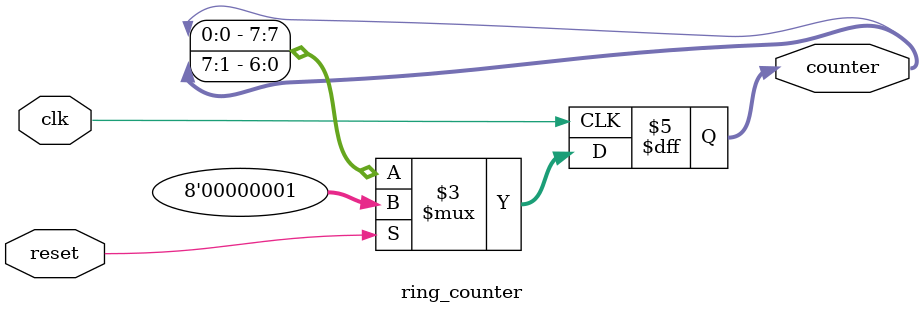
<source format=v>
`timescale 1ns / 1ps


module ring_counter #(parameter N=8)
    (input clk, reset,
    output reg [N-1:0] counter );

always @(posedge clk) 
    begin
    
    if (reset) 
        counter <= 1;
     
    else 
        counter <= {counter[0], counter[N-1:1]};
    
    end
endmodule

</source>
